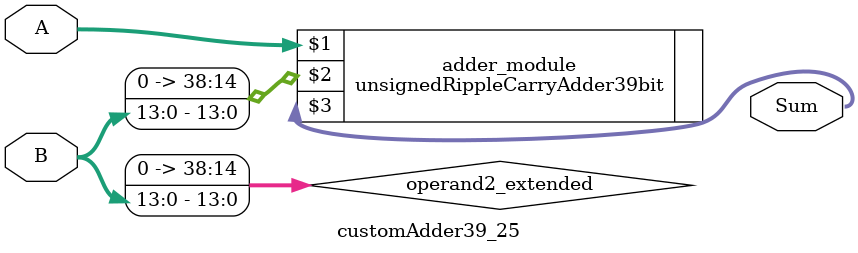
<source format=v>
module customAdder39_25(
                        input [38 : 0] A,
                        input [13 : 0] B,
                        
                        output [39 : 0] Sum
                );

        wire [38 : 0] operand2_extended;
        
        assign operand2_extended =  {25'b0, B};
        
        unsignedRippleCarryAdder39bit adder_module(
            A,
            operand2_extended,
            Sum
        );
        
        endmodule
        
</source>
